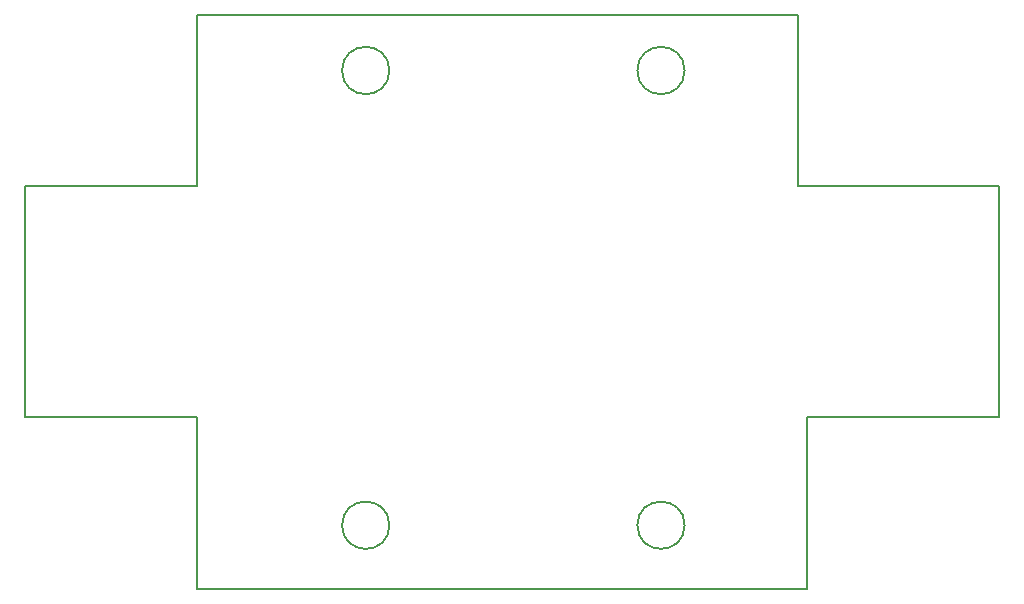
<source format=gbr>
G04 #@! TF.FileFunction,Profile,NP*
%FSLAX46Y46*%
G04 Gerber Fmt 4.6, Leading zero omitted, Abs format (unit mm)*
G04 Created by KiCad (PCBNEW 4.0.7-e2-6376~58~ubuntu17.04.1) date Tue Sep  5 17:29:24 2017*
%MOMM*%
%LPD*%
G01*
G04 APERTURE LIST*
%ADD10C,0.100000*%
%ADD11C,0.150000*%
G04 APERTURE END LIST*
D10*
D11*
X93218000Y-111709000D02*
X93218000Y-92109000D01*
X107718000Y-111709000D02*
X107718000Y-126209000D01*
X107718000Y-92109000D02*
X93218000Y-92109000D01*
X93218000Y-111709000D02*
X107718000Y-111709000D01*
X107718000Y-77609000D02*
X107718000Y-92109000D01*
X149043001Y-82334000D02*
G75*
G03X149043001Y-82334000I-2002988J0D01*
G01*
X124043001Y-82334000D02*
G75*
G03X124043001Y-82334000I-2002988J0D01*
G01*
X124043001Y-120834000D02*
G75*
G03X124043001Y-120834000I-2002988J0D01*
G01*
X149043001Y-120834000D02*
G75*
G03X149043001Y-120834000I-2002988J0D01*
G01*
X107718000Y-77609000D02*
X158668000Y-77609000D01*
X159418000Y-126209000D02*
X159418000Y-111709000D01*
X175668000Y-92109000D02*
X175668000Y-111709000D01*
X159418000Y-111709000D02*
X175668000Y-111709000D01*
X175668000Y-92109000D02*
X158668000Y-92109000D01*
X158668000Y-92109000D02*
X158668000Y-77609000D01*
X107718000Y-126209000D02*
X159418000Y-126209000D01*
M02*

</source>
